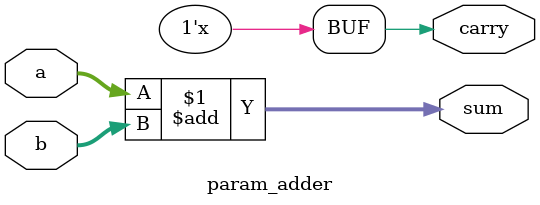
<source format=v>
module param_adder #(parameter WIDTH = 8) (
  input [WIDTH-1:0] a,
  input [WIDTH-1:0] b,
  output reg [WIDTH-1:0] sum,
  output reg carry
);
  assign sum = a + b;
  always @(*) begin
    carry = sum[WIDTH];
  end
endmodule
</source>
